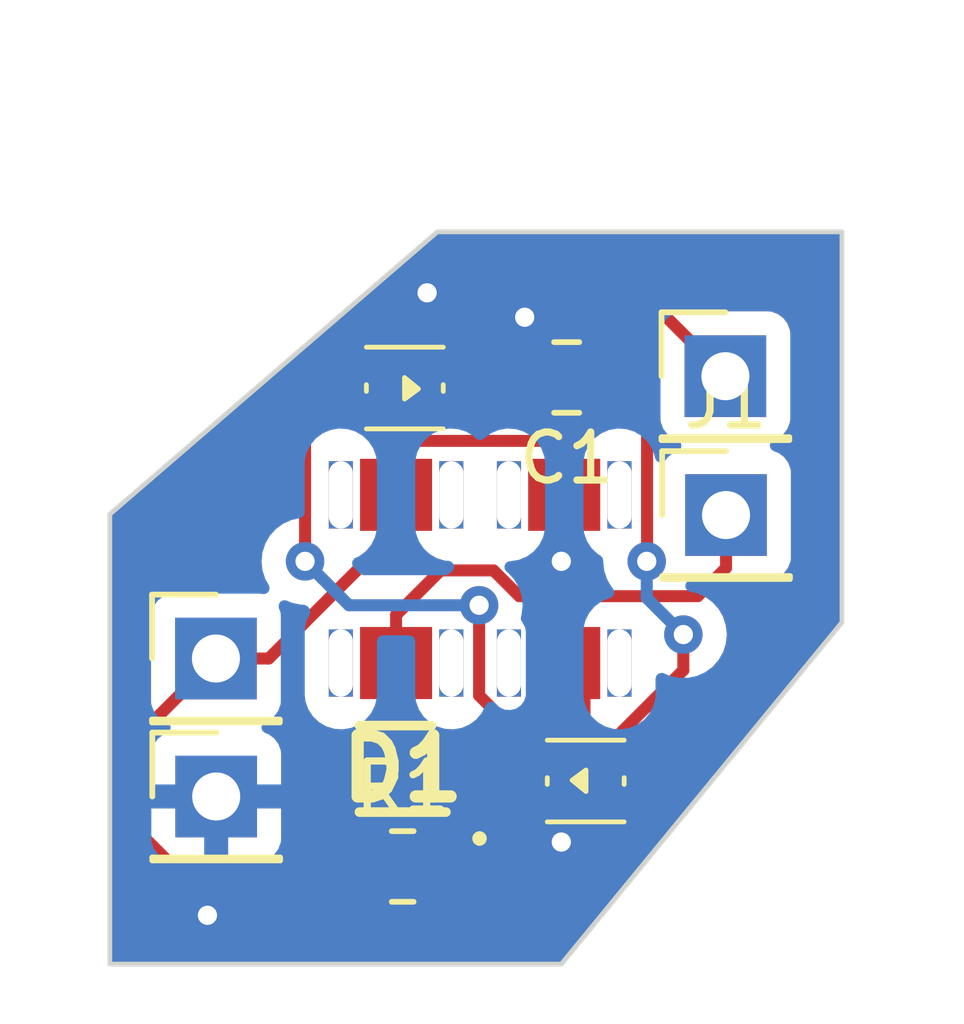
<source format=kicad_pcb>
(kicad_pcb (version 20221018) (generator pcbnew)
  (layers (0 "F.Cu" signal) (31 "B.Cu" signal) (34 "B.Paste" user) (35 "F.Paste" user) (36 "B.SilkS" user "B.Silkscreen") (37 "F.SilkS" user "F.Silkscreen") (38 "B.Mask" user) (39 "F.Mask" user) (44 "Edge.Cuts" user))
  (net 0 "")
  (net 1 "D5V")
  (net 2 "GND")
  (net 3 "+5V")
  (net 4 "DOUT")
  (net 5 "SENSE")
  (net 6 "DIN")
  (net 7 "Net-(LED1-DI)")
  (footprint "Connector_PinHeader_2.54mm:PinHeader_1x01_P2.54mm_Vertical" (layer "F.Cu") (at 152.526609 89.714612)
    (fp_text reference "J1" (at 0 -2.33) (layer "F.SilkS"))
    (fp_text value "~")
    (fp_line (start -1.33 -1.33) (end 0 -1.33) (stroke (width 0.12)) (layer "F.SilkS"))
    (fp_line (start -1.33 0) (end -1.33 -1.33) (stroke (width 0.12)) (layer "F.SilkS"))
    (fp_line (start -1.33 1.27) (end -1.33 1.33) (stroke (width 0.12)) (layer "F.SilkS"))
    (fp_line (start -1.33 1.27) (end 1.33 1.27) (stroke (width 0.12)) (layer "F.SilkS"))
    (fp_line (start -1.33 1.33) (end 1.33 1.33) (stroke (width 0.12)) (layer "F.SilkS"))
    (fp_line (start 1.33 1.27) (end 1.33 1.33) (stroke (width 0.12)) (layer "F.SilkS"))
    (pad "1" thru_hole rect (at 0 0) (size 1.7 1.7) (drill 1) (layers "*.Cu" "*.Mask") (net 3 "+5V"))
  )
  (footprint "Quinn_lib:XL-1615RGBC-WS2812B" (layer "F.Cu") (at 145.840493 87.071264 180)
    (fp_text reference "LED1" hide)
    (fp_text value "~")
    (fp_line (start -0.8 -0.85) (end 0.8 -0.85) (stroke (width 0.1)) (layer "F.SilkS"))
    (fp_line (start -0.8 -0.07) (end -0.8 0.07) (stroke (width 0.1)) (layer "F.SilkS"))
    (fp_line (start -0.8 0.85) (end 0.8 0.85) (stroke (width 0.1)) (layer "F.SilkS"))
    (fp_line (start 0.8 -0.07) (end 0.8 0.07) (stroke (width 0.1)) (layer "F.SilkS"))
    (fp_poly (pts (xy -0.282535 -0.017658) (xy 0.005886 -0.22956) (xy 0.005886 0.217788)) (stroke (width 0.1)) (fill solid) (layer "F.SilkS"))
    (pad "1" smd rect (at -0.75 -0.45 180) (size 0.8 0.65) (layers "F.Cu" "F.Paste" "F.Mask") (net 4 "DOUT"))
    (pad "2" smd rect (at 0.75 -0.45 180) (size 0.8 0.65) (layers "F.Cu" "F.Paste" "F.Mask") (net 1 "D5V"))
    (pad "3" smd rect (at -0.75 0.45 180) (size 0.8 0.65) (layers "F.Cu" "F.Paste" "F.Mask") (net 2 "GND"))
    (pad "4" smd rect (at 0.75 0.45 180) (size 0.8 0.65) (layers "F.Cu" "F.Paste" "F.Mask") (net 7 "Net-(LED1-DI)"))
  )
  (footprint "Connector_PinHeader_2.54mm:PinHeader_1x01_P2.54mm_Vertical" (layer "F.Cu") (at 152.513651 86.825069)
    (fp_text reference "J2" hide)
    (fp_text value "~")
    (fp_line (start -1.33 -1.33) (end 0 -1.33) (stroke (width 0.12)) (layer "F.SilkS"))
    (fp_line (start -1.33 0) (end -1.33 -1.33) (stroke (width 0.12)) (layer "F.SilkS"))
    (fp_line (start -1.33 1.27) (end -1.33 1.33) (stroke (width 0.12)) (layer "F.SilkS"))
    (fp_line (start -1.33 1.27) (end 1.33 1.27) (stroke (width 0.12)) (layer "F.SilkS"))
    (fp_line (start -1.33 1.33) (end 1.33 1.33) (stroke (width 0.12)) (layer "F.SilkS"))
    (fp_line (start 1.33 1.27) (end 1.33 1.33) (stroke (width 0.12)) (layer "F.SilkS"))
    (pad "1" thru_hole rect (at 0 0) (size 1.7 1.7) (drill 1) (layers "*.Cu" "*.Mask") (net 4 "DOUT"))
  )
  (footprint "Quinn_lib:XL-1615RGBC-WS2812B" (layer "F.Cu") (at 149.606 95.25)
    (fp_text reference "LED2" hide)
    (fp_text value "~")
    (fp_line (start -0.8 -0.85) (end 0.8 -0.85) (stroke (width 0.1)) (layer "F.SilkS"))
    (fp_line (start -0.8 -0.07) (end -0.8 0.07) (stroke (width 0.1)) (layer "F.SilkS"))
    (fp_line (start -0.8 0.85) (end 0.8 0.85) (stroke (width 0.1)) (layer "F.SilkS"))
    (fp_line (start 0.8 -0.07) (end 0.8 0.07) (stroke (width 0.1)) (layer "F.SilkS"))
    (fp_poly (pts (xy -0.282535 -0.017658) (xy 0.005886 -0.22956) (xy 0.005886 0.217788)) (stroke (width 0.1)) (fill solid) (layer "F.SilkS"))
    (pad "1" smd rect (at -0.75 -0.45) (size 0.8 0.65) (layers "F.Cu" "F.Paste" "F.Mask") (net 7 "Net-(LED1-DI)"))
    (pad "2" smd rect (at 0.75 -0.45) (size 0.8 0.65) (layers "F.Cu" "F.Paste" "F.Mask") (net 1 "D5V"))
    (pad "3" smd rect (at -0.75 0.45) (size 0.8 0.65) (layers "F.Cu" "F.Paste" "F.Mask") (net 2 "GND"))
    (pad "4" smd rect (at 0.75 0.45) (size 0.8 0.65) (layers "F.Cu" "F.Paste" "F.Mask") (net 6 "DIN"))
  )
  (footprint "Connector_PinHeader_2.54mm:PinHeader_1x01_P2.54mm_Vertical" (layer "F.Cu") (at 141.90841 92.700009)
    (fp_text reference "J3" hide)
    (fp_text value "~")
    (fp_line (start -1.33 -1.33) (end 0 -1.33) (stroke (width 0.12)) (layer "F.SilkS"))
    (fp_line (start -1.33 0) (end -1.33 -1.33) (stroke (width 0.12)) (layer "F.SilkS"))
    (fp_line (start -1.33 1.27) (end -1.33 1.33) (stroke (width 0.12)) (layer "F.SilkS"))
    (fp_line (start -1.33 1.27) (end 1.33 1.27) (stroke (width 0.12)) (layer "F.SilkS"))
    (fp_line (start -1.33 1.33) (end 1.33 1.33) (stroke (width 0.12)) (layer "F.SilkS"))
    (fp_line (start 1.33 1.27) (end 1.33 1.33) (stroke (width 0.12)) (layer "F.SilkS"))
    (pad "1" thru_hole rect (at 0 0) (size 1.7 1.7) (drill 1) (layers "*.Cu" "*.Mask") (net 5 "SENSE"))
  )
  (footprint "Capacitor_SMD:C_0805_2012Metric" (layer "F.Cu") (at 149.209466 86.850985 180)
    (fp_text reference "C1" (at 0 -1.68) (layer "F.SilkS"))
    (fp_text value "3.3uF")
    (fp_line (start -0.261252 -0.735) (end 0.261252 -0.735) (stroke (width 0.12)) (layer "F.SilkS"))
    (fp_line (start -0.261252 0.735) (end 0.261252 0.735) (stroke (width 0.12)) (layer "F.SilkS"))
    (pad "1" smd roundrect (at -0.95 0 180) (size 1 1.45) (layers "F.Cu" "F.Paste" "F.Mask") (net 1 "D5V"))
    (pad "2" smd roundrect (at 0.95 0 180) (size 1 1.45) (layers "F.Cu" "F.Paste" "F.Mask") (net 2 "GND"))
  )
  (footprint "Quinn_lib:Bottom Block Connector" (layer "F.Cu") (at 147.4083 91.04418)
    (fp_text reference "J5" hide)
    (fp_text value "~")
    (pad "1" smd rect (at 1.75 -1.75) (size 1.5 1.5) (layers "F.Cu" "F.Paste" "F.Mask") (net 2 "GND"))
    (pad "2" smd rect (at -1.75 -1.75) (size 1.5 1.5) (layers "F.Cu" "F.Paste" "F.Mask") (net 5 "SENSE"))
    (pad "3" smd rect (at 1.75 1.75) (size 1.5 1.5) (layers "F.Cu" "F.Paste" "F.Mask") (net 6 "DIN") (clearance 0.08))
    (pad "4" smd rect (at -1.75 1.75) (size 1.5 1.5) (layers "F.Cu" "F.Paste" "F.Mask") (net 3 "+5V"))
    (pad "5" thru_hole rect (at -2.9 -1.75) (size 0.5 1.4) (drill oval 0.5 1.75) (layers "*.Mask"))
    (pad "5" thru_hole rect (at -2.9 1.75) (size 0.5 1.4) (drill oval 0.5 1.75) (layers "*.Mask"))
    (pad "5" thru_hole rect (at -0.6 -1.75) (size 0.5 1.4) (drill oval 0.5 1.75) (layers "*.Mask"))
    (pad "5" thru_hole rect (at -0.6 1.75) (size 0.5 1.4) (drill oval 0.5 1.75) (layers "*.Mask"))
    (pad "5" thru_hole rect (at 0.6 -1.75) (size 0.5 1.4) (drill oval 0.5 1.75) (layers "*.Mask"))
    (pad "5" thru_hole rect (at 0.6 1.75) (size 0.5 1.4) (drill oval 0.5 1.75) (layers "*.Mask") (clearance 0.01))
    (pad "5" thru_hole rect (at 2.9 -1.75) (size 0.5 1.4) (drill oval 0.5 1.75) (layers "*.Mask"))
    (pad "5" thru_hole rect (at 2.9 1.75) (size 0.5 1.4) (drill oval 0.5 1.75) (layers "*.Mask"))
  )
  (footprint "Connector_PinHeader_2.54mm:PinHeader_1x01_P2.54mm_Vertical" (layer "F.Cu") (at 141.914344 95.571442)
    (fp_text reference "J4" hide)
    (fp_text value "~")
    (fp_line (start -1.33 -1.33) (end 0 -1.33) (stroke (width 0.12)) (layer "F.SilkS"))
    (fp_line (start -1.33 0) (end -1.33 -1.33) (stroke (width 0.12)) (layer "F.SilkS"))
    (fp_line (start -1.33 1.27) (end -1.33 1.33) (stroke (width 0.12)) (layer "F.SilkS"))
    (fp_line (start -1.33 1.27) (end 1.33 1.27) (stroke (width 0.12)) (layer "F.SilkS"))
    (fp_line (start -1.33 1.33) (end 1.33 1.33) (stroke (width 0.12)) (layer "F.SilkS"))
    (fp_line (start 1.33 1.27) (end 1.33 1.33) (stroke (width 0.12)) (layer "F.SilkS"))
    (pad "1" thru_hole rect (at 0 0) (size 1.7 1.7) (drill 1) (layers "*.Cu" "*.Mask") (net 2 "GND"))
  )
  (footprint "Resistor_SMD:R_0805_2012Metric" (layer "F.Cu") (at 145.796 97.028)
    (fp_text reference "R1" (at 0 -1.65) (layer "F.SilkS"))
    (fp_text value "10k")
    (fp_line (start -0.227064 -0.735) (end 0.227064 -0.735) (stroke (width 0.12)) (layer "F.SilkS"))
    (fp_line (start -0.227064 0.735) (end 0.227064 0.735) (stroke (width 0.12)) (layer "F.SilkS"))
    (pad "1" smd roundrect (at -0.9125 0) (size 1.025 1.4) (layers "F.Cu" "F.Paste" "F.Mask") (roundrect_rratio 0.243902) (net 5 "SENSE"))
    (pad "2" smd roundrect (at 0.9125 0) (size 1.025 1.4) (layers "F.Cu" "F.Paste" "F.Mask") (roundrect_rratio 0.243902) (net 2 "GND"))
  )
  (footprint "KiCad:1N4007W" (layer "F.Cu") (at 145.796 94.996 180)
    (fp_text reference "D1" (at 0 0) (layer "F.SilkS") (effects (font (size 1.27 1.27) (thickness 0.254))))
    (fp_text value "1N4007W" hide)
    (fp_line (start -1.6 -1.5) (end -1.6 -1.5) (stroke (width 0.2)) (layer "F.SilkS"))
    (fp_line (start -1.6 -1.5) (end -1.6 -1.4) (stroke (width 0.2)) (layer "F.SilkS"))
    (fp_line (start -1.6 -1.4) (end -1.6 -1.4) (stroke (width 0.2)) (layer "F.SilkS"))
    (fp_line (start -0.9 -0.9) (end 0.9 -0.9) (stroke (width 0.2)) (layer "F.SilkS"))
    (fp_line (start -0.6 0.9) (end 0.9 0.9) (stroke (width 0.2)) (layer "F.SilkS"))
    (fp_arc (start -1.6 -1.5) (mid -1.55 -1.45) (end -1.6 -1.4) (stroke (width 0.2)) (layer "F.SilkS"))
    (fp_arc (start -1.6 -1.4) (mid -1.65 -1.45) (end -1.6 -1.5) (stroke (width 0.2)) (layer "F.SilkS"))
    (pad "1" smd rect (at -1.6 0 270) (size 1.2 1.2) (layers "F.Cu" "F.Paste" "F.Mask") (net 1 "D5V"))
    (pad "2" smd rect (at 1.6 0 270) (size 1.2 1.2) (layers "F.Cu" "F.Paste" "F.Mask") (net 3 "+5V"))
  )
  (gr_poly (pts (xy 139.7 99.06) (xy 139.7 89.697034) (xy 146.517359 83.82) (xy 154.94 83.82) (xy 154.94 91.948) (xy 149.098 99.06)) (stroke (width 0.1)) (fill none) (layer "Edge.Cuts"))
  (segment (start 150.8833 87.574819) (end 150.8833 90.6707) (width 0.25) (layer "F.Cu") (net 1))
  (segment (start 151.081 96.160901) (end 149.996901 97.245) (width 0.25) (layer "F.Cu") (net 1))
  (segment (start 150.356 94.225) (end 150.356 94.8) (width 0.25) (layer "F.Cu") (net 1))
  (segment (start 150.356 94.8) (end 151.006 94.8) (width 0.25) (layer "F.Cu") (net 1))
  (segment (start 147.396 95.846) (end 147.396 94.996) (width 0.25) (layer "F.Cu") (net 1))
  (segment (start 151.638 92.943) (end 150.356 94.225) (width 0.25) (layer "F.Cu") (net 1))
  (segment (start 151.638 92.202) (end 151.638 92.943) (width 0.25) (layer "F.Cu") (net 1))
  (segment (start 150.159466 86.850985) (end 148.839187 88.171264) (width 0.25) (layer "F.Cu") (net 1))
  (segment (start 150.8833 90.6707) (end 150.876 90.678) (width 0.25) (layer "F.Cu") (net 1))
  (segment (start 150.159466 86.850985) (end 150.8833 87.574819) (width 0.25) (layer "F.Cu") (net 1))
  (segment (start 151.081 94.875) (end 151.081 96.160901) (width 0.25) (layer "F.Cu") (net 1))
  (segment (start 148.839187 88.171264) (end 145.740493 88.171264) (width 0.25) (layer "F.Cu") (net 1))
  (segment (start 145.740493 88.171264) (end 145.090493 87.521264) (width 0.25) (layer "F.Cu") (net 1))
  (segment (start 151.006 94.8) (end 151.081 94.875) (width 0.25) (layer "F.Cu") (net 1))
  (segment (start 148.795 97.245) (end 147.396 95.846) (width 0.25) (layer "F.Cu") (net 1))
  (segment (start 149.996901 97.245) (end 148.795 97.245) (width 0.25) (layer "F.Cu") (net 1))
  (via (at 150.876 90.678) (size 0.8) (drill 0.4) (layers "F.Cu" "B.Cu") (net 1))
  (via (at 151.638 92.202) (size 0.8) (drill 0.4) (layers "F.Cu" "B.Cu") (net 1))
  (segment (start 150.876 91.44) (end 151.638 92.202) (width 0.25) (layer "B.Cu") (net 1))
  (segment (start 150.876 90.678) (end 150.876 91.44) (width 0.25) (layer "B.Cu") (net 1))
  (segment (start 149.1583 90.6177) (end 149.098 90.678) (width 0.25) (layer "F.Cu") (net 2))
  (segment (start 148.856 96.278) (end 149.098 96.52) (width 0.25) (layer "F.Cu") (net 2))
  (segment (start 149.1583 89.29418) (end 149.1583 90.6177) (width 0.25) (layer "F.Cu") (net 2))
  (segment (start 148.259466 86.850985) (end 148.259466 85.674534) (width 0.25) (layer "F.Cu") (net 2))
  (segment (start 148.259466 85.674534) (end 148.336 85.598) (width 0.25) (layer "F.Cu") (net 2))
  (segment (start 148.856 95.7) (end 148.856 96.278) (width 0.25) (layer "F.Cu") (net 2))
  (via (at 146.304 85.09) (size 0.8) (drill 0.4) (layers "F.Cu" "B.Cu") (net 2))
  (via (at 149.098 90.678) (size 0.8) (drill 0.4) (layers "F.Cu" "B.Cu") (net 2))
  (via (at 148.336 85.598) (size 0.8) (drill 0.4) (layers "F.Cu" "B.Cu") (net 2))
  (via (at 149.098 96.52) (size 0.8) (drill 0.4) (layers "F.Cu" "B.Cu") (net 2))
  (via (at 141.732 98.044) (size 0.8) (drill 0.4) (layers "F.Cu" "B.Cu") (net 2))
  (segment (start 147.686994 90.867022) (end 148.222972 91.403) (width 0.25) (layer "F.Cu") (net 3))
  (segment (start 146.585458 90.867022) (end 147.686994 90.867022) (width 0.25) (layer "F.Cu") (net 3))
  (segment (start 145.6583 93.5337) (end 145.6583 92.79418) (width 0.25) (layer "F.Cu") (net 3))
  (segment (start 145.6583 91.79418) (end 146.585458 90.867022) (width 0.25) (layer "F.Cu") (net 3))
  (segment (start 144.196 94.996) (end 145.6583 93.5337) (width 0.25) (layer "F.Cu") (net 3))
  (segment (start 152.526609 90.814612) (end 152.526609 89.714612) (width 0.25) (layer "F.Cu") (net 3))
  (segment (start 148.222972 91.403) (end 151.938221 91.403) (width 0.25) (layer "F.Cu") (net 3))
  (segment (start 145.6583 92.79418) (end 145.6583 91.79418) (width 0.25) (layer "F.Cu") (net 3))
  (segment (start 151.938221 91.403) (end 152.526609 90.814612) (width 0.25) (layer "F.Cu") (net 3))
  (segment (start 152.513651 86.825069) (end 150.561582 84.873) (width 0.25) (layer "F.Cu") (net 4))
  (segment (start 147.315493 85.593202) (end 147.315493 87.446264) (width 0.25) (layer "F.Cu") (net 4))
  (segment (start 150.561582 84.873) (end 148.035695 84.873) (width 0.25) (layer "F.Cu") (net 4))
  (segment (start 147.240493 87.521264) (end 146.590493 87.521264) (width 0.25) (layer "F.Cu") (net 4))
  (segment (start 147.315493 87.446264) (end 147.240493 87.521264) (width 0.25) (layer "F.Cu") (net 4))
  (segment (start 148.035695 84.873) (end 147.315493 85.593202) (width 0.25) (layer "F.Cu") (net 4))
  (segment (start 145.6583 90.050119) (end 143.00841 92.700009) (width 0.25) (layer "F.Cu") (net 5))
  (segment (start 140.208 94.400419) (end 140.208 96.215098) (width 0.25) (layer "F.Cu") (net 5))
  (segment (start 141.020902 97.028) (end 144.8835 97.028) (width 0.25) (layer "F.Cu") (net 5))
  (segment (start 143.00841 92.700009) (end 141.90841 92.700009) (width 0.25) (layer "F.Cu") (net 5))
  (segment (start 145.6583 89.29418) (end 145.6583 90.050119) (width 0.25) (layer "F.Cu") (net 5))
  (segment (start 140.208 96.215098) (end 141.020902 97.028) (width 0.25) (layer "F.Cu") (net 5))
  (segment (start 141.90841 92.700009) (end 140.208 94.400419) (width 0.25) (layer "F.Cu") (net 5))
  (segment (start 149.881 95.7) (end 149.581 95.4) (width 0.25) (layer "F.Cu") (net 6))
  (segment (start 150.356 95.7) (end 149.881 95.7) (width 0.25) (layer "F.Cu") (net 6))
  (segment (start 149.581 95.4) (end 149.581 93.21688) (width 0.25) (layer "F.Cu") (net 6))
  (segment (start 149.581 93.21688) (end 149.1583 92.79418) (width 0.25) (layer "F.Cu") (net 6))
  (segment (start 144.772736 86.621264) (end 145.090493 86.621264) (width 0.25) (layer "F.Cu") (net 7))
  (segment (start 147.897369 93.98) (end 147.386689 93.46932) (width 0.25) (layer "F.Cu") (net 7))
  (segment (start 143.764 87.63) (end 144.772736 86.621264) (width 0.25) (layer "F.Cu") (net 7))
  (segment (start 143.764 90.678) (end 143.764 87.63) (width 0.25) (layer "F.Cu") (net 7))
  (segment (start 148.856 94.8) (end 148.856 94.5) (width 0.25) (layer "F.Cu") (net 7))
  (segment (start 147.386689 93.46932) (end 147.386689 91.592022) (width 0.25) (layer "F.Cu") (net 7))
  (segment (start 148.336 93.98) (end 147.897369 93.98) (width 0.25) (layer "F.Cu") (net 7))
  (segment (start 148.856 94.5) (end 148.336 93.98) (width 0.25) (layer "F.Cu") (net 7))
  (via (at 147.386689 91.592022) (size 0.8) (drill 0.4) (layers "F.Cu" "B.Cu") (net 7))
  (via (at 143.764 90.678) (size 0.8) (drill 0.4) (layers "F.Cu" "B.Cu") (net 7))
  (segment (start 147.386689 91.592022) (end 144.678022 91.592022) (width 0.25) (layer "B.Cu") (net 7))
  (segment (start 144.678022 91.592022) (end 143.764 90.678) (width 0.25) (layer "B.Cu") (net 7))
  (zone (net 2) (net_name "GND") (layers "F&B.Cu") (connect_pads (clearance 0.5)) (min_thickness 0.25) (fill yes (thermal_gap 0.5) (thermal_bridge_width 0.5))
    (polygon (pts (xy 137.414 82.55) (xy 157.48 82.55) (xy 157.48 100.33) (xy 137.414 100.33)))
  )
)
</source>
